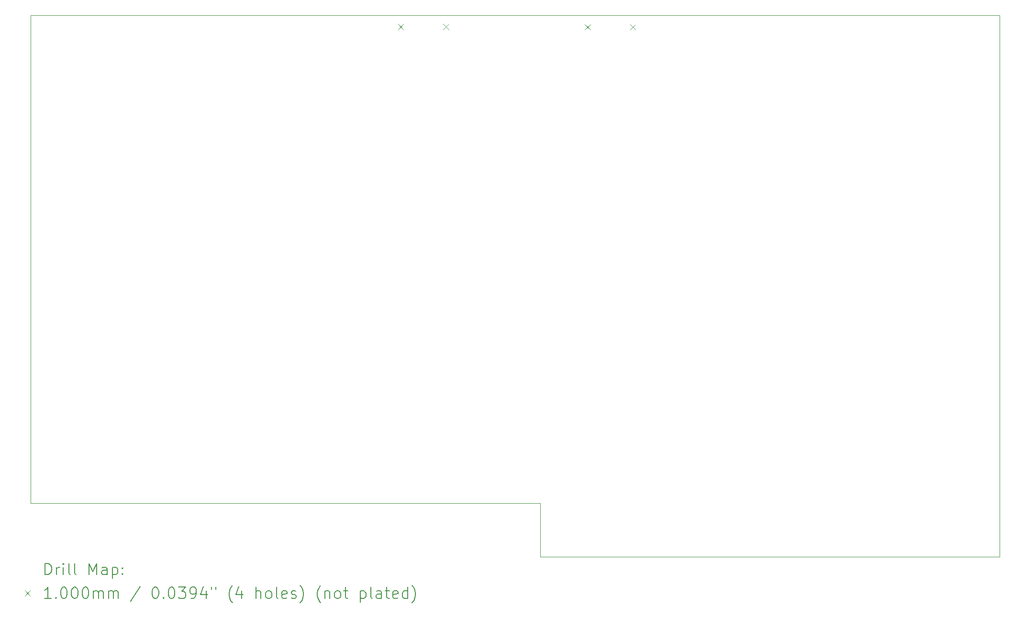
<source format=gbr>
%TF.GenerationSoftware,KiCad,Pcbnew,7.0.11+dfsg-1build4*%
%TF.CreationDate,2025-09-25T21:06:52-05:00*%
%TF.ProjectId,ISACard,49534143-6172-4642-9e6b-696361645f70,rev?*%
%TF.SameCoordinates,Original*%
%TF.FileFunction,Drillmap*%
%TF.FilePolarity,Positive*%
%FSLAX45Y45*%
G04 Gerber Fmt 4.5, Leading zero omitted, Abs format (unit mm)*
G04 Created by KiCad (PCBNEW 7.0.11+dfsg-1build4) date 2025-09-25 21:06:52*
%MOMM*%
%LPD*%
G01*
G04 APERTURE LIST*
%ADD10C,0.100000*%
%ADD11C,0.200000*%
G04 APERTURE END LIST*
D10*
X14115000Y-14799000D02*
X14115000Y-15751500D01*
X14115000Y-15751500D02*
X22243000Y-15751500D01*
X5098000Y-6163000D02*
X5098000Y-14799000D01*
X22243000Y-15751500D02*
X22243000Y-6163000D01*
X5098000Y-14799000D02*
X14115000Y-14799000D01*
X22243000Y-6163000D02*
X5098000Y-6163000D01*
D11*
D10*
X11598000Y-6317000D02*
X11698000Y-6417000D01*
X11698000Y-6317000D02*
X11598000Y-6417000D01*
X12398000Y-6317000D02*
X12498000Y-6417000D01*
X12498000Y-6317000D02*
X12398000Y-6417000D01*
X14903000Y-6324000D02*
X15003000Y-6424000D01*
X15003000Y-6324000D02*
X14903000Y-6424000D01*
X15703000Y-6324000D02*
X15803000Y-6424000D01*
X15803000Y-6324000D02*
X15703000Y-6424000D01*
D11*
X5353777Y-16067984D02*
X5353777Y-15867984D01*
X5353777Y-15867984D02*
X5401396Y-15867984D01*
X5401396Y-15867984D02*
X5429967Y-15877508D01*
X5429967Y-15877508D02*
X5449015Y-15896555D01*
X5449015Y-15896555D02*
X5458539Y-15915603D01*
X5458539Y-15915603D02*
X5468063Y-15953698D01*
X5468063Y-15953698D02*
X5468063Y-15982269D01*
X5468063Y-15982269D02*
X5458539Y-16020365D01*
X5458539Y-16020365D02*
X5449015Y-16039412D01*
X5449015Y-16039412D02*
X5429967Y-16058460D01*
X5429967Y-16058460D02*
X5401396Y-16067984D01*
X5401396Y-16067984D02*
X5353777Y-16067984D01*
X5553777Y-16067984D02*
X5553777Y-15934650D01*
X5553777Y-15972746D02*
X5563301Y-15953698D01*
X5563301Y-15953698D02*
X5572824Y-15944174D01*
X5572824Y-15944174D02*
X5591872Y-15934650D01*
X5591872Y-15934650D02*
X5610920Y-15934650D01*
X5677586Y-16067984D02*
X5677586Y-15934650D01*
X5677586Y-15867984D02*
X5668062Y-15877508D01*
X5668062Y-15877508D02*
X5677586Y-15887031D01*
X5677586Y-15887031D02*
X5687110Y-15877508D01*
X5687110Y-15877508D02*
X5677586Y-15867984D01*
X5677586Y-15867984D02*
X5677586Y-15887031D01*
X5801396Y-16067984D02*
X5782348Y-16058460D01*
X5782348Y-16058460D02*
X5772824Y-16039412D01*
X5772824Y-16039412D02*
X5772824Y-15867984D01*
X5906158Y-16067984D02*
X5887110Y-16058460D01*
X5887110Y-16058460D02*
X5877586Y-16039412D01*
X5877586Y-16039412D02*
X5877586Y-15867984D01*
X6134729Y-16067984D02*
X6134729Y-15867984D01*
X6134729Y-15867984D02*
X6201396Y-16010841D01*
X6201396Y-16010841D02*
X6268062Y-15867984D01*
X6268062Y-15867984D02*
X6268062Y-16067984D01*
X6449015Y-16067984D02*
X6449015Y-15963222D01*
X6449015Y-15963222D02*
X6439491Y-15944174D01*
X6439491Y-15944174D02*
X6420443Y-15934650D01*
X6420443Y-15934650D02*
X6382348Y-15934650D01*
X6382348Y-15934650D02*
X6363301Y-15944174D01*
X6449015Y-16058460D02*
X6429967Y-16067984D01*
X6429967Y-16067984D02*
X6382348Y-16067984D01*
X6382348Y-16067984D02*
X6363301Y-16058460D01*
X6363301Y-16058460D02*
X6353777Y-16039412D01*
X6353777Y-16039412D02*
X6353777Y-16020365D01*
X6353777Y-16020365D02*
X6363301Y-16001317D01*
X6363301Y-16001317D02*
X6382348Y-15991793D01*
X6382348Y-15991793D02*
X6429967Y-15991793D01*
X6429967Y-15991793D02*
X6449015Y-15982269D01*
X6544253Y-15934650D02*
X6544253Y-16134650D01*
X6544253Y-15944174D02*
X6563301Y-15934650D01*
X6563301Y-15934650D02*
X6601396Y-15934650D01*
X6601396Y-15934650D02*
X6620443Y-15944174D01*
X6620443Y-15944174D02*
X6629967Y-15953698D01*
X6629967Y-15953698D02*
X6639491Y-15972746D01*
X6639491Y-15972746D02*
X6639491Y-16029888D01*
X6639491Y-16029888D02*
X6629967Y-16048936D01*
X6629967Y-16048936D02*
X6620443Y-16058460D01*
X6620443Y-16058460D02*
X6601396Y-16067984D01*
X6601396Y-16067984D02*
X6563301Y-16067984D01*
X6563301Y-16067984D02*
X6544253Y-16058460D01*
X6725205Y-16048936D02*
X6734729Y-16058460D01*
X6734729Y-16058460D02*
X6725205Y-16067984D01*
X6725205Y-16067984D02*
X6715682Y-16058460D01*
X6715682Y-16058460D02*
X6725205Y-16048936D01*
X6725205Y-16048936D02*
X6725205Y-16067984D01*
X6725205Y-15944174D02*
X6734729Y-15953698D01*
X6734729Y-15953698D02*
X6725205Y-15963222D01*
X6725205Y-15963222D02*
X6715682Y-15953698D01*
X6715682Y-15953698D02*
X6725205Y-15944174D01*
X6725205Y-15944174D02*
X6725205Y-15963222D01*
D10*
X4993000Y-16346500D02*
X5093000Y-16446500D01*
X5093000Y-16346500D02*
X4993000Y-16446500D01*
D11*
X5458539Y-16487984D02*
X5344253Y-16487984D01*
X5401396Y-16487984D02*
X5401396Y-16287984D01*
X5401396Y-16287984D02*
X5382348Y-16316555D01*
X5382348Y-16316555D02*
X5363301Y-16335603D01*
X5363301Y-16335603D02*
X5344253Y-16345127D01*
X5544253Y-16468936D02*
X5553777Y-16478460D01*
X5553777Y-16478460D02*
X5544253Y-16487984D01*
X5544253Y-16487984D02*
X5534729Y-16478460D01*
X5534729Y-16478460D02*
X5544253Y-16468936D01*
X5544253Y-16468936D02*
X5544253Y-16487984D01*
X5677586Y-16287984D02*
X5696634Y-16287984D01*
X5696634Y-16287984D02*
X5715682Y-16297508D01*
X5715682Y-16297508D02*
X5725205Y-16307031D01*
X5725205Y-16307031D02*
X5734729Y-16326079D01*
X5734729Y-16326079D02*
X5744253Y-16364174D01*
X5744253Y-16364174D02*
X5744253Y-16411793D01*
X5744253Y-16411793D02*
X5734729Y-16449888D01*
X5734729Y-16449888D02*
X5725205Y-16468936D01*
X5725205Y-16468936D02*
X5715682Y-16478460D01*
X5715682Y-16478460D02*
X5696634Y-16487984D01*
X5696634Y-16487984D02*
X5677586Y-16487984D01*
X5677586Y-16487984D02*
X5658539Y-16478460D01*
X5658539Y-16478460D02*
X5649015Y-16468936D01*
X5649015Y-16468936D02*
X5639491Y-16449888D01*
X5639491Y-16449888D02*
X5629967Y-16411793D01*
X5629967Y-16411793D02*
X5629967Y-16364174D01*
X5629967Y-16364174D02*
X5639491Y-16326079D01*
X5639491Y-16326079D02*
X5649015Y-16307031D01*
X5649015Y-16307031D02*
X5658539Y-16297508D01*
X5658539Y-16297508D02*
X5677586Y-16287984D01*
X5868062Y-16287984D02*
X5887110Y-16287984D01*
X5887110Y-16287984D02*
X5906158Y-16297508D01*
X5906158Y-16297508D02*
X5915682Y-16307031D01*
X5915682Y-16307031D02*
X5925205Y-16326079D01*
X5925205Y-16326079D02*
X5934729Y-16364174D01*
X5934729Y-16364174D02*
X5934729Y-16411793D01*
X5934729Y-16411793D02*
X5925205Y-16449888D01*
X5925205Y-16449888D02*
X5915682Y-16468936D01*
X5915682Y-16468936D02*
X5906158Y-16478460D01*
X5906158Y-16478460D02*
X5887110Y-16487984D01*
X5887110Y-16487984D02*
X5868062Y-16487984D01*
X5868062Y-16487984D02*
X5849015Y-16478460D01*
X5849015Y-16478460D02*
X5839491Y-16468936D01*
X5839491Y-16468936D02*
X5829967Y-16449888D01*
X5829967Y-16449888D02*
X5820443Y-16411793D01*
X5820443Y-16411793D02*
X5820443Y-16364174D01*
X5820443Y-16364174D02*
X5829967Y-16326079D01*
X5829967Y-16326079D02*
X5839491Y-16307031D01*
X5839491Y-16307031D02*
X5849015Y-16297508D01*
X5849015Y-16297508D02*
X5868062Y-16287984D01*
X6058539Y-16287984D02*
X6077586Y-16287984D01*
X6077586Y-16287984D02*
X6096634Y-16297508D01*
X6096634Y-16297508D02*
X6106158Y-16307031D01*
X6106158Y-16307031D02*
X6115682Y-16326079D01*
X6115682Y-16326079D02*
X6125205Y-16364174D01*
X6125205Y-16364174D02*
X6125205Y-16411793D01*
X6125205Y-16411793D02*
X6115682Y-16449888D01*
X6115682Y-16449888D02*
X6106158Y-16468936D01*
X6106158Y-16468936D02*
X6096634Y-16478460D01*
X6096634Y-16478460D02*
X6077586Y-16487984D01*
X6077586Y-16487984D02*
X6058539Y-16487984D01*
X6058539Y-16487984D02*
X6039491Y-16478460D01*
X6039491Y-16478460D02*
X6029967Y-16468936D01*
X6029967Y-16468936D02*
X6020443Y-16449888D01*
X6020443Y-16449888D02*
X6010920Y-16411793D01*
X6010920Y-16411793D02*
X6010920Y-16364174D01*
X6010920Y-16364174D02*
X6020443Y-16326079D01*
X6020443Y-16326079D02*
X6029967Y-16307031D01*
X6029967Y-16307031D02*
X6039491Y-16297508D01*
X6039491Y-16297508D02*
X6058539Y-16287984D01*
X6210920Y-16487984D02*
X6210920Y-16354650D01*
X6210920Y-16373698D02*
X6220443Y-16364174D01*
X6220443Y-16364174D02*
X6239491Y-16354650D01*
X6239491Y-16354650D02*
X6268063Y-16354650D01*
X6268063Y-16354650D02*
X6287110Y-16364174D01*
X6287110Y-16364174D02*
X6296634Y-16383222D01*
X6296634Y-16383222D02*
X6296634Y-16487984D01*
X6296634Y-16383222D02*
X6306158Y-16364174D01*
X6306158Y-16364174D02*
X6325205Y-16354650D01*
X6325205Y-16354650D02*
X6353777Y-16354650D01*
X6353777Y-16354650D02*
X6372824Y-16364174D01*
X6372824Y-16364174D02*
X6382348Y-16383222D01*
X6382348Y-16383222D02*
X6382348Y-16487984D01*
X6477586Y-16487984D02*
X6477586Y-16354650D01*
X6477586Y-16373698D02*
X6487110Y-16364174D01*
X6487110Y-16364174D02*
X6506158Y-16354650D01*
X6506158Y-16354650D02*
X6534729Y-16354650D01*
X6534729Y-16354650D02*
X6553777Y-16364174D01*
X6553777Y-16364174D02*
X6563301Y-16383222D01*
X6563301Y-16383222D02*
X6563301Y-16487984D01*
X6563301Y-16383222D02*
X6572824Y-16364174D01*
X6572824Y-16364174D02*
X6591872Y-16354650D01*
X6591872Y-16354650D02*
X6620443Y-16354650D01*
X6620443Y-16354650D02*
X6639491Y-16364174D01*
X6639491Y-16364174D02*
X6649015Y-16383222D01*
X6649015Y-16383222D02*
X6649015Y-16487984D01*
X7039491Y-16278460D02*
X6868063Y-16535603D01*
X7296634Y-16287984D02*
X7315682Y-16287984D01*
X7315682Y-16287984D02*
X7334729Y-16297508D01*
X7334729Y-16297508D02*
X7344253Y-16307031D01*
X7344253Y-16307031D02*
X7353777Y-16326079D01*
X7353777Y-16326079D02*
X7363301Y-16364174D01*
X7363301Y-16364174D02*
X7363301Y-16411793D01*
X7363301Y-16411793D02*
X7353777Y-16449888D01*
X7353777Y-16449888D02*
X7344253Y-16468936D01*
X7344253Y-16468936D02*
X7334729Y-16478460D01*
X7334729Y-16478460D02*
X7315682Y-16487984D01*
X7315682Y-16487984D02*
X7296634Y-16487984D01*
X7296634Y-16487984D02*
X7277586Y-16478460D01*
X7277586Y-16478460D02*
X7268063Y-16468936D01*
X7268063Y-16468936D02*
X7258539Y-16449888D01*
X7258539Y-16449888D02*
X7249015Y-16411793D01*
X7249015Y-16411793D02*
X7249015Y-16364174D01*
X7249015Y-16364174D02*
X7258539Y-16326079D01*
X7258539Y-16326079D02*
X7268063Y-16307031D01*
X7268063Y-16307031D02*
X7277586Y-16297508D01*
X7277586Y-16297508D02*
X7296634Y-16287984D01*
X7449015Y-16468936D02*
X7458539Y-16478460D01*
X7458539Y-16478460D02*
X7449015Y-16487984D01*
X7449015Y-16487984D02*
X7439491Y-16478460D01*
X7439491Y-16478460D02*
X7449015Y-16468936D01*
X7449015Y-16468936D02*
X7449015Y-16487984D01*
X7582348Y-16287984D02*
X7601396Y-16287984D01*
X7601396Y-16287984D02*
X7620444Y-16297508D01*
X7620444Y-16297508D02*
X7629967Y-16307031D01*
X7629967Y-16307031D02*
X7639491Y-16326079D01*
X7639491Y-16326079D02*
X7649015Y-16364174D01*
X7649015Y-16364174D02*
X7649015Y-16411793D01*
X7649015Y-16411793D02*
X7639491Y-16449888D01*
X7639491Y-16449888D02*
X7629967Y-16468936D01*
X7629967Y-16468936D02*
X7620444Y-16478460D01*
X7620444Y-16478460D02*
X7601396Y-16487984D01*
X7601396Y-16487984D02*
X7582348Y-16487984D01*
X7582348Y-16487984D02*
X7563301Y-16478460D01*
X7563301Y-16478460D02*
X7553777Y-16468936D01*
X7553777Y-16468936D02*
X7544253Y-16449888D01*
X7544253Y-16449888D02*
X7534729Y-16411793D01*
X7534729Y-16411793D02*
X7534729Y-16364174D01*
X7534729Y-16364174D02*
X7544253Y-16326079D01*
X7544253Y-16326079D02*
X7553777Y-16307031D01*
X7553777Y-16307031D02*
X7563301Y-16297508D01*
X7563301Y-16297508D02*
X7582348Y-16287984D01*
X7715682Y-16287984D02*
X7839491Y-16287984D01*
X7839491Y-16287984D02*
X7772825Y-16364174D01*
X7772825Y-16364174D02*
X7801396Y-16364174D01*
X7801396Y-16364174D02*
X7820444Y-16373698D01*
X7820444Y-16373698D02*
X7829967Y-16383222D01*
X7829967Y-16383222D02*
X7839491Y-16402269D01*
X7839491Y-16402269D02*
X7839491Y-16449888D01*
X7839491Y-16449888D02*
X7829967Y-16468936D01*
X7829967Y-16468936D02*
X7820444Y-16478460D01*
X7820444Y-16478460D02*
X7801396Y-16487984D01*
X7801396Y-16487984D02*
X7744253Y-16487984D01*
X7744253Y-16487984D02*
X7725206Y-16478460D01*
X7725206Y-16478460D02*
X7715682Y-16468936D01*
X7934729Y-16487984D02*
X7972825Y-16487984D01*
X7972825Y-16487984D02*
X7991872Y-16478460D01*
X7991872Y-16478460D02*
X8001396Y-16468936D01*
X8001396Y-16468936D02*
X8020444Y-16440365D01*
X8020444Y-16440365D02*
X8029967Y-16402269D01*
X8029967Y-16402269D02*
X8029967Y-16326079D01*
X8029967Y-16326079D02*
X8020444Y-16307031D01*
X8020444Y-16307031D02*
X8010920Y-16297508D01*
X8010920Y-16297508D02*
X7991872Y-16287984D01*
X7991872Y-16287984D02*
X7953777Y-16287984D01*
X7953777Y-16287984D02*
X7934729Y-16297508D01*
X7934729Y-16297508D02*
X7925206Y-16307031D01*
X7925206Y-16307031D02*
X7915682Y-16326079D01*
X7915682Y-16326079D02*
X7915682Y-16373698D01*
X7915682Y-16373698D02*
X7925206Y-16392746D01*
X7925206Y-16392746D02*
X7934729Y-16402269D01*
X7934729Y-16402269D02*
X7953777Y-16411793D01*
X7953777Y-16411793D02*
X7991872Y-16411793D01*
X7991872Y-16411793D02*
X8010920Y-16402269D01*
X8010920Y-16402269D02*
X8020444Y-16392746D01*
X8020444Y-16392746D02*
X8029967Y-16373698D01*
X8201396Y-16354650D02*
X8201396Y-16487984D01*
X8153777Y-16278460D02*
X8106158Y-16421317D01*
X8106158Y-16421317D02*
X8229967Y-16421317D01*
X8296634Y-16287984D02*
X8296634Y-16326079D01*
X8372825Y-16287984D02*
X8372825Y-16326079D01*
X8668063Y-16564174D02*
X8658539Y-16554650D01*
X8658539Y-16554650D02*
X8639491Y-16526079D01*
X8639491Y-16526079D02*
X8629968Y-16507031D01*
X8629968Y-16507031D02*
X8620444Y-16478460D01*
X8620444Y-16478460D02*
X8610920Y-16430841D01*
X8610920Y-16430841D02*
X8610920Y-16392746D01*
X8610920Y-16392746D02*
X8620444Y-16345127D01*
X8620444Y-16345127D02*
X8629968Y-16316555D01*
X8629968Y-16316555D02*
X8639491Y-16297508D01*
X8639491Y-16297508D02*
X8658539Y-16268936D01*
X8658539Y-16268936D02*
X8668063Y-16259412D01*
X8829968Y-16354650D02*
X8829968Y-16487984D01*
X8782349Y-16278460D02*
X8734730Y-16421317D01*
X8734730Y-16421317D02*
X8858539Y-16421317D01*
X9087111Y-16487984D02*
X9087111Y-16287984D01*
X9172825Y-16487984D02*
X9172825Y-16383222D01*
X9172825Y-16383222D02*
X9163301Y-16364174D01*
X9163301Y-16364174D02*
X9144253Y-16354650D01*
X9144253Y-16354650D02*
X9115682Y-16354650D01*
X9115682Y-16354650D02*
X9096634Y-16364174D01*
X9096634Y-16364174D02*
X9087111Y-16373698D01*
X9296634Y-16487984D02*
X9277587Y-16478460D01*
X9277587Y-16478460D02*
X9268063Y-16468936D01*
X9268063Y-16468936D02*
X9258539Y-16449888D01*
X9258539Y-16449888D02*
X9258539Y-16392746D01*
X9258539Y-16392746D02*
X9268063Y-16373698D01*
X9268063Y-16373698D02*
X9277587Y-16364174D01*
X9277587Y-16364174D02*
X9296634Y-16354650D01*
X9296634Y-16354650D02*
X9325206Y-16354650D01*
X9325206Y-16354650D02*
X9344253Y-16364174D01*
X9344253Y-16364174D02*
X9353777Y-16373698D01*
X9353777Y-16373698D02*
X9363301Y-16392746D01*
X9363301Y-16392746D02*
X9363301Y-16449888D01*
X9363301Y-16449888D02*
X9353777Y-16468936D01*
X9353777Y-16468936D02*
X9344253Y-16478460D01*
X9344253Y-16478460D02*
X9325206Y-16487984D01*
X9325206Y-16487984D02*
X9296634Y-16487984D01*
X9477587Y-16487984D02*
X9458539Y-16478460D01*
X9458539Y-16478460D02*
X9449015Y-16459412D01*
X9449015Y-16459412D02*
X9449015Y-16287984D01*
X9629968Y-16478460D02*
X9610920Y-16487984D01*
X9610920Y-16487984D02*
X9572825Y-16487984D01*
X9572825Y-16487984D02*
X9553777Y-16478460D01*
X9553777Y-16478460D02*
X9544253Y-16459412D01*
X9544253Y-16459412D02*
X9544253Y-16383222D01*
X9544253Y-16383222D02*
X9553777Y-16364174D01*
X9553777Y-16364174D02*
X9572825Y-16354650D01*
X9572825Y-16354650D02*
X9610920Y-16354650D01*
X9610920Y-16354650D02*
X9629968Y-16364174D01*
X9629968Y-16364174D02*
X9639492Y-16383222D01*
X9639492Y-16383222D02*
X9639492Y-16402269D01*
X9639492Y-16402269D02*
X9544253Y-16421317D01*
X9715682Y-16478460D02*
X9734730Y-16487984D01*
X9734730Y-16487984D02*
X9772825Y-16487984D01*
X9772825Y-16487984D02*
X9791873Y-16478460D01*
X9791873Y-16478460D02*
X9801396Y-16459412D01*
X9801396Y-16459412D02*
X9801396Y-16449888D01*
X9801396Y-16449888D02*
X9791873Y-16430841D01*
X9791873Y-16430841D02*
X9772825Y-16421317D01*
X9772825Y-16421317D02*
X9744253Y-16421317D01*
X9744253Y-16421317D02*
X9725206Y-16411793D01*
X9725206Y-16411793D02*
X9715682Y-16392746D01*
X9715682Y-16392746D02*
X9715682Y-16383222D01*
X9715682Y-16383222D02*
X9725206Y-16364174D01*
X9725206Y-16364174D02*
X9744253Y-16354650D01*
X9744253Y-16354650D02*
X9772825Y-16354650D01*
X9772825Y-16354650D02*
X9791873Y-16364174D01*
X9868063Y-16564174D02*
X9877587Y-16554650D01*
X9877587Y-16554650D02*
X9896634Y-16526079D01*
X9896634Y-16526079D02*
X9906158Y-16507031D01*
X9906158Y-16507031D02*
X9915682Y-16478460D01*
X9915682Y-16478460D02*
X9925206Y-16430841D01*
X9925206Y-16430841D02*
X9925206Y-16392746D01*
X9925206Y-16392746D02*
X9915682Y-16345127D01*
X9915682Y-16345127D02*
X9906158Y-16316555D01*
X9906158Y-16316555D02*
X9896634Y-16297508D01*
X9896634Y-16297508D02*
X9877587Y-16268936D01*
X9877587Y-16268936D02*
X9868063Y-16259412D01*
X10229968Y-16564174D02*
X10220444Y-16554650D01*
X10220444Y-16554650D02*
X10201396Y-16526079D01*
X10201396Y-16526079D02*
X10191873Y-16507031D01*
X10191873Y-16507031D02*
X10182349Y-16478460D01*
X10182349Y-16478460D02*
X10172825Y-16430841D01*
X10172825Y-16430841D02*
X10172825Y-16392746D01*
X10172825Y-16392746D02*
X10182349Y-16345127D01*
X10182349Y-16345127D02*
X10191873Y-16316555D01*
X10191873Y-16316555D02*
X10201396Y-16297508D01*
X10201396Y-16297508D02*
X10220444Y-16268936D01*
X10220444Y-16268936D02*
X10229968Y-16259412D01*
X10306158Y-16354650D02*
X10306158Y-16487984D01*
X10306158Y-16373698D02*
X10315682Y-16364174D01*
X10315682Y-16364174D02*
X10334730Y-16354650D01*
X10334730Y-16354650D02*
X10363301Y-16354650D01*
X10363301Y-16354650D02*
X10382349Y-16364174D01*
X10382349Y-16364174D02*
X10391873Y-16383222D01*
X10391873Y-16383222D02*
X10391873Y-16487984D01*
X10515682Y-16487984D02*
X10496634Y-16478460D01*
X10496634Y-16478460D02*
X10487111Y-16468936D01*
X10487111Y-16468936D02*
X10477587Y-16449888D01*
X10477587Y-16449888D02*
X10477587Y-16392746D01*
X10477587Y-16392746D02*
X10487111Y-16373698D01*
X10487111Y-16373698D02*
X10496634Y-16364174D01*
X10496634Y-16364174D02*
X10515682Y-16354650D01*
X10515682Y-16354650D02*
X10544254Y-16354650D01*
X10544254Y-16354650D02*
X10563301Y-16364174D01*
X10563301Y-16364174D02*
X10572825Y-16373698D01*
X10572825Y-16373698D02*
X10582349Y-16392746D01*
X10582349Y-16392746D02*
X10582349Y-16449888D01*
X10582349Y-16449888D02*
X10572825Y-16468936D01*
X10572825Y-16468936D02*
X10563301Y-16478460D01*
X10563301Y-16478460D02*
X10544254Y-16487984D01*
X10544254Y-16487984D02*
X10515682Y-16487984D01*
X10639492Y-16354650D02*
X10715682Y-16354650D01*
X10668063Y-16287984D02*
X10668063Y-16459412D01*
X10668063Y-16459412D02*
X10677587Y-16478460D01*
X10677587Y-16478460D02*
X10696634Y-16487984D01*
X10696634Y-16487984D02*
X10715682Y-16487984D01*
X10934730Y-16354650D02*
X10934730Y-16554650D01*
X10934730Y-16364174D02*
X10953777Y-16354650D01*
X10953777Y-16354650D02*
X10991873Y-16354650D01*
X10991873Y-16354650D02*
X11010920Y-16364174D01*
X11010920Y-16364174D02*
X11020444Y-16373698D01*
X11020444Y-16373698D02*
X11029968Y-16392746D01*
X11029968Y-16392746D02*
X11029968Y-16449888D01*
X11029968Y-16449888D02*
X11020444Y-16468936D01*
X11020444Y-16468936D02*
X11010920Y-16478460D01*
X11010920Y-16478460D02*
X10991873Y-16487984D01*
X10991873Y-16487984D02*
X10953777Y-16487984D01*
X10953777Y-16487984D02*
X10934730Y-16478460D01*
X11144254Y-16487984D02*
X11125206Y-16478460D01*
X11125206Y-16478460D02*
X11115682Y-16459412D01*
X11115682Y-16459412D02*
X11115682Y-16287984D01*
X11306158Y-16487984D02*
X11306158Y-16383222D01*
X11306158Y-16383222D02*
X11296634Y-16364174D01*
X11296634Y-16364174D02*
X11277587Y-16354650D01*
X11277587Y-16354650D02*
X11239492Y-16354650D01*
X11239492Y-16354650D02*
X11220444Y-16364174D01*
X11306158Y-16478460D02*
X11287111Y-16487984D01*
X11287111Y-16487984D02*
X11239492Y-16487984D01*
X11239492Y-16487984D02*
X11220444Y-16478460D01*
X11220444Y-16478460D02*
X11210920Y-16459412D01*
X11210920Y-16459412D02*
X11210920Y-16440365D01*
X11210920Y-16440365D02*
X11220444Y-16421317D01*
X11220444Y-16421317D02*
X11239492Y-16411793D01*
X11239492Y-16411793D02*
X11287111Y-16411793D01*
X11287111Y-16411793D02*
X11306158Y-16402269D01*
X11372825Y-16354650D02*
X11449015Y-16354650D01*
X11401396Y-16287984D02*
X11401396Y-16459412D01*
X11401396Y-16459412D02*
X11410920Y-16478460D01*
X11410920Y-16478460D02*
X11429968Y-16487984D01*
X11429968Y-16487984D02*
X11449015Y-16487984D01*
X11591873Y-16478460D02*
X11572825Y-16487984D01*
X11572825Y-16487984D02*
X11534730Y-16487984D01*
X11534730Y-16487984D02*
X11515682Y-16478460D01*
X11515682Y-16478460D02*
X11506158Y-16459412D01*
X11506158Y-16459412D02*
X11506158Y-16383222D01*
X11506158Y-16383222D02*
X11515682Y-16364174D01*
X11515682Y-16364174D02*
X11534730Y-16354650D01*
X11534730Y-16354650D02*
X11572825Y-16354650D01*
X11572825Y-16354650D02*
X11591873Y-16364174D01*
X11591873Y-16364174D02*
X11601396Y-16383222D01*
X11601396Y-16383222D02*
X11601396Y-16402269D01*
X11601396Y-16402269D02*
X11506158Y-16421317D01*
X11772825Y-16487984D02*
X11772825Y-16287984D01*
X11772825Y-16478460D02*
X11753777Y-16487984D01*
X11753777Y-16487984D02*
X11715682Y-16487984D01*
X11715682Y-16487984D02*
X11696634Y-16478460D01*
X11696634Y-16478460D02*
X11687111Y-16468936D01*
X11687111Y-16468936D02*
X11677587Y-16449888D01*
X11677587Y-16449888D02*
X11677587Y-16392746D01*
X11677587Y-16392746D02*
X11687111Y-16373698D01*
X11687111Y-16373698D02*
X11696634Y-16364174D01*
X11696634Y-16364174D02*
X11715682Y-16354650D01*
X11715682Y-16354650D02*
X11753777Y-16354650D01*
X11753777Y-16354650D02*
X11772825Y-16364174D01*
X11849015Y-16564174D02*
X11858539Y-16554650D01*
X11858539Y-16554650D02*
X11877587Y-16526079D01*
X11877587Y-16526079D02*
X11887111Y-16507031D01*
X11887111Y-16507031D02*
X11896634Y-16478460D01*
X11896634Y-16478460D02*
X11906158Y-16430841D01*
X11906158Y-16430841D02*
X11906158Y-16392746D01*
X11906158Y-16392746D02*
X11896634Y-16345127D01*
X11896634Y-16345127D02*
X11887111Y-16316555D01*
X11887111Y-16316555D02*
X11877587Y-16297508D01*
X11877587Y-16297508D02*
X11858539Y-16268936D01*
X11858539Y-16268936D02*
X11849015Y-16259412D01*
M02*

</source>
